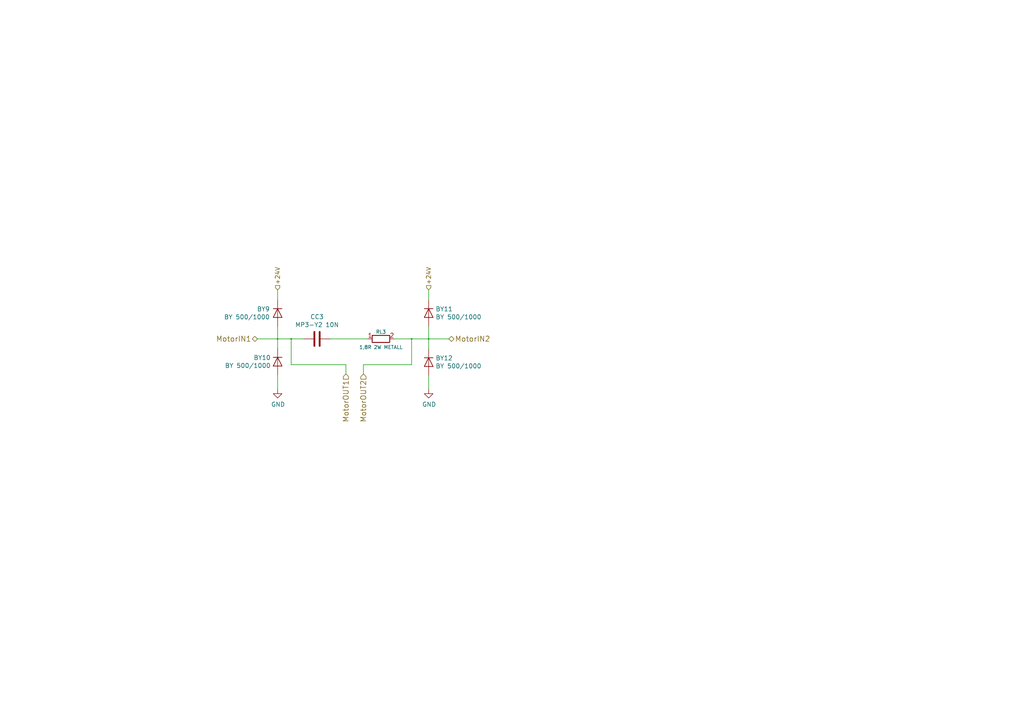
<source format=kicad_sch>
(kicad_sch (version 20201015) (generator eeschema)
  (page 1 35)
  (paper "A4")
  (title_block (title "Ardumower shield SVN Version") (date "2020-07-06") (rev "1.4") (company "ML AG JL UZ"))
  (lib_symbols
    (symbol "ardumower-mega-shield-svn-rescue:C-RESCUE-ardumower_mega_shield_svn" (pin_numbers hide) (pin_names (offset 0.254))
      (property "Referenz" "C" (at 0.635 2.54 0))
      (property "Wert" "C-RESCUE-ardumower_mega_shield_svn" (at 0.635 -2.54 0))
      (symbol "C-RESCUE-ardumower_mega_shield_svn_0_1"
        (polyline (pts (xy -2.032 -0.762) (xy 2.032 -0.762)) (stroke (width 0.508)))
        (polyline (pts (xy -2.032 0.762) (xy 2.032 0.762)) (stroke (width 0.508)))
      )
      (symbol "C-RESCUE-ardumower_mega_shield_svn_1_1"
        (pin passive line (at 0 3.81 270) (length 2.794) (name "~") (number "1"))
        (pin passive line (at 0 -3.81 90) (length 2.794) (name "~") (number "2"))
      )
    )
    (symbol "ardumower-mega-shield-svn-rescue:D-RESCUE-ardumower_mega_shield_svn" (pin_numbers hide) (pin_names hide)
      (property "Referenz" "D" (at 0 2.54 0))
      (property "Wert" "D-RESCUE-ardumower_mega_shield_svn" (at 0 -2.54 0))
      (symbol "D-RESCUE-ardumower_mega_shield_svn_0_1"
        (polyline (pts (xy -1.27 1.27) (xy -1.27 -1.27)) (stroke (width 0.2032)))
        (polyline (pts (xy 1.27 0) (xy -1.27 0)))
        (polyline (pts (xy 1.27 1.27) (xy 1.27 -1.27) (xy -1.27 0) (xy 1.27 1.27)) (stroke (width 0.2032)))
      )
      (symbol "D-RESCUE-ardumower_mega_shield_svn_1_1"
        (pin passive line (at -3.81 0 0) (length 2.54) (name "K") (number "1"))
        (pin passive line (at 3.81 0 180) (length 2.54) (name "A") (number "2"))
      )
    )
    (symbol "ardumower-mega-shield-svn-rescue:GND-RESCUE-ardumower_mega_shield_svn" (power) (pin_names (offset 0))
      (property "Wert" "GND-RESCUE-ardumower_mega_shield_svn" (at 0 -3.81 0))
      (symbol "GND-RESCUE-ardumower_mega_shield_svn_0_1"
        (polyline (pts (xy 0 0) (xy 0 -1.27) (xy 1.27 -1.27) (xy 0 -2.54) (xy -1.27 -1.27) (xy 0 -1.27)))
      )
      (symbol "GND-RESCUE-ardumower_mega_shield_svn_1_1"
        (pin power_in line (at 0 0 270) (length 0) hide (name "GND") (number "1"))
      )
    )
    (symbol "ardumower-mega-shield-svn-rescue:R-RESCUE-ardumower_mega_shield_svn" (pin_names (offset 0))
      (property "Referenz" "R" (at 2.032 0 90))
      (property "Wert" "R-RESCUE-ardumower_mega_shield_svn" (at 0 0 90))
      (symbol "R-RESCUE-ardumower_mega_shield_svn_0_1"
        (rectangle (start -1.016 -2.54) (end 1.016 2.54) (stroke (width 0.254)))
      )
      (symbol "R-RESCUE-ardumower_mega_shield_svn_1_1"
        (pin passive line (at 0 3.81 270) (length 1.27) (name "~") (number "1"))
        (pin passive line (at 0 -3.81 90) (length 1.27) (name "~") (number "2"))
      )
    )
  )
  (junction (at 80.518 98.298) (diameter 0.3048))
  (junction (at 84.455 98.298) (diameter 0.3048))
  (junction (at 119.38 98.298) (diameter 0.3048))
  (junction (at 124.333 98.298) (diameter 0.3048))
  (wire (pts (xy 74.676 98.298) (xy 80.518 98.298)))
  (wire (pts (xy 80.518 84.074) (xy 80.518 86.995)))
  (wire (pts (xy 80.518 94.615) (xy 80.518 98.298)))
  (wire (pts (xy 80.518 98.298) (xy 80.518 101.092)))
  (wire (pts (xy 80.518 98.298) (xy 84.455 98.298)))
  (wire (pts (xy 80.518 108.712) (xy 80.518 112.903)))
  (wire (pts (xy 84.455 98.298) (xy 88.138 98.298)))
  (wire (pts (xy 84.455 105.791) (xy 84.455 98.298)))
  (wire (pts (xy 95.758 98.298) (xy 106.68 98.298)))
  (wire (pts (xy 100.33 105.791) (xy 84.455 105.791)))
  (wire (pts (xy 100.33 105.791) (xy 100.33 108.458)))
  (wire (pts (xy 105.41 105.791) (xy 105.41 108.458)))
  (wire (pts (xy 105.41 105.791) (xy 119.38 105.791)))
  (wire (pts (xy 114.3 98.298) (xy 119.38 98.298)))
  (wire (pts (xy 119.38 98.298) (xy 124.333 98.298)))
  (wire (pts (xy 119.38 105.791) (xy 119.38 98.298)))
  (wire (pts (xy 124.333 84.074) (xy 124.333 86.995)))
  (wire (pts (xy 124.333 94.615) (xy 124.333 98.298)))
  (wire (pts (xy 124.333 98.298) (xy 124.333 101.219)))
  (wire (pts (xy 124.333 98.298) (xy 130.175 98.298)))
  (wire (pts (xy 124.333 108.839) (xy 124.333 112.903)))
  (hierarchical_label "MotorIN1" (shape bidirectional) (at 74.676 98.298 180) (effects (font (size 1.524 1.524))))
  (hierarchical_label "+24V" (shape input) (at 80.518 84.074 90))
  (hierarchical_label "MotorOUT1" (shape input) (at 100.33 108.458 270) (effects (font (size 1.524 1.524))))
  (hierarchical_label "MotorOUT2" (shape input) (at 105.41 108.458 270) (effects (font (size 1.524 1.524))))
  (hierarchical_label "+24V" (shape input) (at 124.333 84.074 90))
  (hierarchical_label "MotorIN2" (shape bidirectional) (at 130.175 98.298 0) (effects (font (size 1.524 1.524))))
  (symbol (lib_id "ardumower-mega-shield-svn-rescue:GND-RESCUE-ardumower_mega_shield_svn") (at 80.518 112.903 0) (unit 1)
    (property "Reference" "#PWR028" (effects hide))
    (property "Value" "GND" (at 80.645 117.2972 0))
  )
  (symbol (lib_id "ardumower-mega-shield-svn-rescue:GND-RESCUE-ardumower_mega_shield_svn") (at 124.333 112.903 0) (unit 1)
    (property "Reference" "#PWR027" (effects hide))
    (property "Value" "GND" (at 124.46 117.2972 0))
  )
  (symbol (lib_id "ardumower-mega-shield-svn-rescue:R-RESCUE-ardumower_mega_shield_svn") (at 110.49 98.298 90) (unit 1)
    (property "Reference" "RL3" (at 110.49 96.266 90) (effects (font (size 1.016 1.016))))
    (property "Value" "1,8R 2W METALL" (at 110.49 100.711 90) (effects (font (size 1.016 1.016))))
    (property "Footprint" "Zimprich:Resistor_Horizontal_RM25mm-2W" (effects hide))
    (property "Datasheet" "https://www.reichelt.de/2W-METALL-1-8/3/index.html?&ACTION=3&LA=446&ARTICLE=2309&artnr=2W+METALL+1%2C8&SEARCH=2W+METALL+1%2C8" (effects hide))
    (property "Bestellnummer" "R: 2W METALL 1,8" (effects hide))
    (property "Technische Daten" "Metalloxidschicht-Widerstand 2W, 5% 1,8 Ohm" (effects hide))
  )
  (symbol (lib_id "ardumower-mega-shield-svn-rescue:D-RESCUE-ardumower_mega_shield_svn") (at 80.518 90.805 270) (unit 1)
    (property "Reference" "BY9" (at 78.2828 89.6366 90) (effects (justify right)))
    (property "Value" "BY 500/1000" (at 78.2828 91.948 90) (effects (justify right)))
    (property "Footprint" "Zimprich:Diode_liegend_BY500_1000_RM15" (effects hide))
    (property "Datasheet" "https://www.reichelt.de/BY-500-1000/3/index.html?&ACTION=3&LA=446&ARTICLE=6337&artnr=BY+500%2F1000&SEARCH=BY+500%2F1000" (effects hide))
    (property "Gehäuseart" "Value" (effects hide))
    (property "Bestelllink" "https://www.reichelt.de/BY-500-1000/3/index.html?&ACTION=3&LA=446&ARTICLE=6337&artnr=BY+500%2F1000&SEARCH=BY+500%2F1000" (effects hide))
    (property "Technische Daten" "Fast-Recovery-Gleichr.-Diode, DO201, 1000V, 5A" (effects hide))
    (property "Bestellnummer" "R: BY 500/1000" (effects hide))
    (property "Bauform" "DO-201" (effects hide))
  )
  (symbol (lib_id "ardumower-mega-shield-svn-rescue:D-RESCUE-ardumower_mega_shield_svn") (at 80.518 104.902 90) (mirror x) (unit 1)
    (property "Reference" "BY10" (at 78.5368 103.7336 90) (effects (justify left)))
    (property "Value" "BY 500/1000" (at 78.5368 106.045 90) (effects (justify left)))
    (property "Footprint" "Zimprich:Diode_liegend_BY500_1000_RM15" (effects hide))
    (property "Datasheet" "https://www.reichelt.de/BY-500-1000/3/index.html?&ACTION=3&LA=446&ARTICLE=6337&artnr=BY+500%2F1000&SEARCH=BY+500%2F1000" (effects hide))
    (property "Gehäuseart" "Value" (effects hide))
    (property "Bestelllink" "https://www.reichelt.de/BY-500-1000/3/index.html?&ACTION=3&LA=446&ARTICLE=6337&artnr=BY+500%2F1000&SEARCH=BY+500%2F1000" (effects hide))
    (property "Technische Daten" "Fast-Recovery-Gleichr.-Diode, DO201, 1000V, 5A" (effects hide))
    (property "Bestellnummer" "R: BY 500/1000" (effects hide))
    (property "Bauform" "DO-201" (effects hide))
  )
  (symbol (lib_id "ardumower-mega-shield-svn-rescue:D-RESCUE-ardumower_mega_shield_svn") (at 124.333 90.805 270) (unit 1)
    (property "Reference" "BY11" (at 126.3142 89.6366 90) (effects (justify left)))
    (property "Value" "BY 500/1000" (at 126.3142 91.948 90) (effects (justify left)))
    (property "Footprint" "Zimprich:Diode_liegend_BY500_1000_RM15" (effects hide))
    (property "Datasheet" "https://www.reichelt.de/BY-500-1000/3/index.html?&ACTION=3&LA=446&ARTICLE=6337&artnr=BY+500%2F1000&SEARCH=BY+500%2F1000" (effects hide))
    (property "Gehäuseart" "Value" (effects hide))
    (property "Bestelllink" "https://www.reichelt.de/BY-500-1000/3/index.html?&ACTION=3&LA=446&ARTICLE=6337&artnr=BY+500%2F1000&SEARCH=BY+500%2F1000" (effects hide))
    (property "Technische Daten" "Fast-Recovery-Gleichr.-Diode, DO201, 1000V, 5A" (effects hide))
    (property "Bestellnummer" "R: BY 500/1000" (effects hide))
    (property "Bauform" "DO-201" (effects hide))
  )
  (symbol (lib_id "ardumower-mega-shield-svn-rescue:D-RESCUE-ardumower_mega_shield_svn") (at 124.333 105.029 270) (unit 1)
    (property "Reference" "BY12" (at 126.3142 103.8606 90) (effects (justify left)))
    (property "Value" "BY 500/1000" (at 126.3142 106.172 90) (effects (justify left)))
    (property "Footprint" "Zimprich:Diode_liegend_BY500_1000_RM15" (effects hide))
    (property "Datasheet" "https://www.reichelt.de/BY-500-1000/3/index.html?&ACTION=3&LA=446&ARTICLE=6337&artnr=BY+500%2F1000&SEARCH=BY+500%2F1000" (effects hide))
    (property "Gehäuseart" "Value" (effects hide))
    (property "Bestelllink" "https://www.reichelt.de/BY-500-1000/3/index.html?&ACTION=3&LA=446&ARTICLE=6337&artnr=BY+500%2F1000&SEARCH=BY+500%2F1000" (effects hide))
    (property "Technische Daten" "Fast-Recovery-Gleichr.-Diode, DO201, 1000V, 5A" (effects hide))
    (property "Bestellnummer" "R: BY 500/1000" (effects hide))
    (property "Bauform" "DO-201" (effects hide))
  )
  (symbol (lib_id "ardumower-mega-shield-svn-rescue:C-RESCUE-ardumower_mega_shield_svn") (at 91.948 98.298 90) (unit 1)
    (property "Reference" "CC3" (at 91.948 91.8972 90))
    (property "Value" "MP3-Y2 10N" (at 91.948 94.2086 90))
    (property "Footprint" "Zimprich:Kondensator_cnp_18x5mm" (effects hide))
    (property "Datasheet" "https://www.reichelt.de/MP3-Y2-10N/3/index.html?&ACTION=3&LA=446&ARTICLE=32025&artnr=MP3-Y2+10N&SEARCH=MP3-Y2+10N" (effects hide))
    (property "Gehäuseart" "Rastermass 15mm" (effects hide))
    (property "Bestelllink" "R: MP3-Y2 10N" (effects hide))
    (property "Technische Daten" "IMA, Funk-Entstörkondensator, Klasse Y2" (effects hide))
  )
)
</source>
